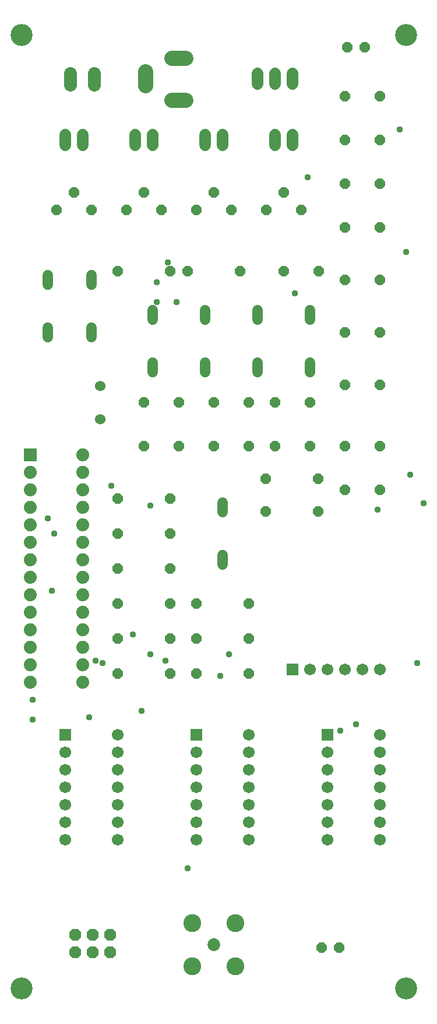
<source format=gbr>
G04 EAGLE Gerber RS-274X export*
G75*
%MOMM*%
%FSLAX34Y34*%
%LPD*%
%INSoldermask Top*%
%IPPOS*%
%AMOC8*
5,1,8,0,0,1.08239X$1,22.5*%
G01*
%ADD10C,3.203200*%
%ADD11P,1.649562X8X22.500000*%
%ADD12C,2.203200*%
%ADD13P,1.649562X8X202.500000*%
%ADD14C,1.524000*%
%ADD15C,1.711200*%
%ADD16R,1.711200X1.711200*%
%ADD17C,1.727200*%
%ADD18C,1.853200*%
%ADD19C,2.603200*%
%ADD20C,1.524000*%
%ADD21C,1.903200*%
%ADD22R,1.701800X1.701800*%
%ADD23C,1.701800*%
%ADD24R,1.879600X1.879600*%
%ADD25C,1.879600*%
%ADD26P,1.869504X8X22.500000*%
%ADD27C,0.959600*%


D10*
X88900Y381000D03*
X647700Y381000D03*
X647700Y1765300D03*
X88900Y1765300D03*
D11*
X241300Y1511300D03*
X292100Y1511300D03*
X266700Y1536700D03*
D12*
X307500Y1670800D02*
X327500Y1670800D01*
X327500Y1731800D02*
X307500Y1731800D01*
X269500Y1711800D02*
X269500Y1691800D01*
D11*
X139700Y1511300D03*
X190500Y1511300D03*
X165100Y1536700D03*
X266700Y1231900D03*
X317500Y1231900D03*
X558800Y1104900D03*
X609600Y1104900D03*
X457200Y1168400D03*
X508000Y1168400D03*
X457200Y1231900D03*
X508000Y1231900D03*
X368300Y1231900D03*
X419100Y1231900D03*
X368300Y1168400D03*
X419100Y1168400D03*
X558800Y1676400D03*
X609600Y1676400D03*
X558800Y1333500D03*
X609600Y1333500D03*
X558800Y1612900D03*
X609600Y1612900D03*
D13*
X609600Y1549400D03*
X558800Y1549400D03*
D11*
X558800Y1485900D03*
X609600Y1485900D03*
X558800Y1409700D03*
X609600Y1409700D03*
X266700Y1168400D03*
X317500Y1168400D03*
X469900Y1422400D03*
X520700Y1422400D03*
X558800Y1257300D03*
X609600Y1257300D03*
X558800Y1168400D03*
X609600Y1168400D03*
D14*
X508000Y1276096D02*
X508000Y1289304D01*
X508000Y1352296D02*
X508000Y1365504D01*
X127000Y1340104D02*
X127000Y1326896D01*
X127000Y1403096D02*
X127000Y1416304D01*
X431800Y1289304D02*
X431800Y1276096D01*
X431800Y1352296D02*
X431800Y1365504D01*
X355600Y1365504D02*
X355600Y1352296D01*
X355600Y1289304D02*
X355600Y1276096D01*
X279400Y1276096D02*
X279400Y1289304D01*
X279400Y1352296D02*
X279400Y1365504D01*
X190500Y1340104D02*
X190500Y1326896D01*
X190500Y1403096D02*
X190500Y1416304D01*
D15*
X508000Y844550D03*
D16*
X482600Y844550D03*
D15*
X533400Y844550D03*
X558800Y844550D03*
X584200Y844550D03*
X609600Y844550D03*
D17*
X431800Y1694180D02*
X431800Y1709420D01*
X457200Y1709420D02*
X457200Y1694180D01*
X482600Y1694180D02*
X482600Y1709420D01*
D18*
X368300Y444500D03*
D19*
X337000Y475800D03*
X399600Y475800D03*
X399600Y413200D03*
X337000Y413200D03*
D14*
X381000Y996696D02*
X381000Y1009904D01*
X381000Y1072896D02*
X381000Y1086104D01*
D20*
X203200Y1207770D03*
X203200Y1256030D03*
D11*
X342900Y889000D03*
X419100Y889000D03*
X228600Y1041400D03*
X304800Y1041400D03*
X342900Y939800D03*
X419100Y939800D03*
X228600Y838200D03*
X304800Y838200D03*
X228600Y1092200D03*
X304800Y1092200D03*
X342900Y838200D03*
X419100Y838200D03*
X330200Y1422400D03*
X406400Y1422400D03*
X228600Y1422400D03*
X304800Y1422400D03*
X228600Y939800D03*
X304800Y939800D03*
X228600Y990600D03*
X304800Y990600D03*
D13*
X304800Y889000D03*
X228600Y889000D03*
D21*
X160300Y1692300D02*
X160300Y1709300D01*
X195300Y1709300D02*
X195300Y1692300D01*
D22*
X533400Y749300D03*
D23*
X533400Y723900D03*
X533400Y698500D03*
X533400Y673100D03*
X533400Y647700D03*
X533400Y622300D03*
X533400Y596900D03*
X609600Y596900D03*
X609600Y622300D03*
X609600Y647700D03*
X609600Y673100D03*
X609600Y698500D03*
X609600Y723900D03*
X609600Y749300D03*
D24*
X101600Y1155700D03*
D25*
X101600Y1130300D03*
X101600Y1104900D03*
X101600Y1079500D03*
X101600Y1054100D03*
X101600Y1028700D03*
X101600Y1003300D03*
X101600Y977900D03*
X101600Y952500D03*
X101600Y927100D03*
X101600Y901700D03*
X101600Y876300D03*
X101600Y850900D03*
X101600Y825500D03*
X177800Y825500D03*
X177800Y850900D03*
X177800Y876300D03*
X177800Y901700D03*
X177800Y927100D03*
X177800Y952500D03*
X177800Y977900D03*
X177800Y1003300D03*
X177800Y1028700D03*
X177800Y1054100D03*
X177800Y1079500D03*
X177800Y1104900D03*
X177800Y1130300D03*
X177800Y1155700D03*
D22*
X152400Y749300D03*
D23*
X152400Y723900D03*
X152400Y698500D03*
X152400Y673100D03*
X152400Y647700D03*
X152400Y622300D03*
X152400Y596900D03*
X228600Y596900D03*
X228600Y622300D03*
X228600Y647700D03*
X228600Y673100D03*
X228600Y698500D03*
X228600Y723900D03*
X228600Y749300D03*
D22*
X342900Y749300D03*
D23*
X342900Y723900D03*
X342900Y698500D03*
X342900Y673100D03*
X342900Y647700D03*
X342900Y622300D03*
X342900Y596900D03*
X419100Y596900D03*
X419100Y622300D03*
X419100Y647700D03*
X419100Y673100D03*
X419100Y698500D03*
X419100Y723900D03*
X419100Y749300D03*
D11*
X342900Y1511300D03*
X393700Y1511300D03*
X368300Y1536700D03*
X444500Y1511300D03*
X495300Y1511300D03*
X469900Y1536700D03*
D17*
X254000Y1605280D02*
X254000Y1620520D01*
X279400Y1620520D02*
X279400Y1605280D01*
X152400Y1605280D02*
X152400Y1620520D01*
X177800Y1620520D02*
X177800Y1605280D01*
X355600Y1605280D02*
X355600Y1620520D01*
X381000Y1620520D02*
X381000Y1605280D01*
X457200Y1605280D02*
X457200Y1620520D01*
X482600Y1620520D02*
X482600Y1605280D01*
D11*
X562129Y1747345D03*
X587529Y1747345D03*
X443605Y1073466D03*
X519805Y1073466D03*
X443605Y1120875D03*
X519805Y1120875D03*
X524880Y440223D03*
X550280Y440223D03*
D26*
X166774Y433449D03*
X166774Y458849D03*
X192174Y433449D03*
X192174Y458849D03*
X217574Y433449D03*
X217574Y458849D03*
D27*
X133350Y958850D03*
X219075Y1111250D03*
X127000Y1063625D03*
X285750Y1377950D03*
X136525Y1041400D03*
X196850Y857250D03*
X298450Y857250D03*
X187325Y774700D03*
X647700Y1450975D03*
X206375Y854075D03*
X673100Y1085850D03*
X377825Y835025D03*
X552450Y755650D03*
X390525Y866775D03*
X276225Y866775D03*
X250825Y895350D03*
X276225Y1082675D03*
X104775Y771525D03*
X104775Y800100D03*
X263525Y784225D03*
X330200Y555625D03*
X285750Y1406525D03*
X314325Y1377950D03*
X485775Y1390650D03*
X301625Y1435100D03*
X638175Y1628775D03*
X504825Y1558925D03*
X663575Y854075D03*
X574675Y765175D03*
X606425Y1076325D03*
X654050Y1127125D03*
M02*

</source>
